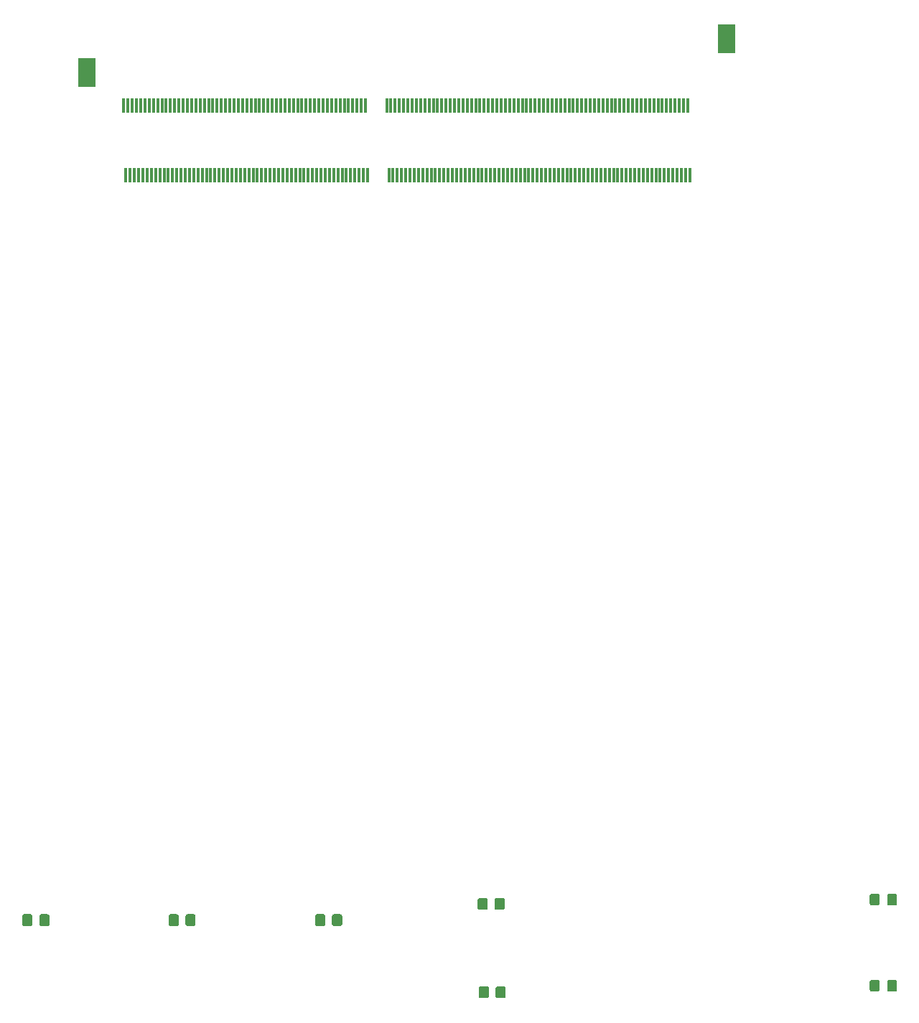
<source format=gbr>
%TF.GenerationSoftware,KiCad,Pcbnew,5.1.5+dfsg1-2build2*%
%TF.CreationDate,2020-11-09T16:20:19-06:00*%
%TF.ProjectId,TARS-MK1,54415253-2d4d-44b3-912e-6b696361645f,rev?*%
%TF.SameCoordinates,Original*%
%TF.FileFunction,Paste,Bot*%
%TF.FilePolarity,Positive*%
%FSLAX46Y46*%
G04 Gerber Fmt 4.6, Leading zero omitted, Abs format (unit mm)*
G04 Created by KiCad (PCBNEW 5.1.5+dfsg1-2build2) date 2020-11-09 16:20:19*
%MOMM*%
%LPD*%
G04 APERTURE LIST*
%ADD10C,0.100000*%
%ADD11R,2.000000X3.500000*%
%ADD12R,0.300000X1.750000*%
G04 APERTURE END LIST*
D10*
%TO.C,C6002*%
G36*
X309324505Y-268536204D02*
G01*
X309348773Y-268539804D01*
X309372572Y-268545765D01*
X309395671Y-268554030D01*
X309417850Y-268564520D01*
X309438893Y-268577132D01*
X309458599Y-268591747D01*
X309476777Y-268608223D01*
X309493253Y-268626401D01*
X309507868Y-268646107D01*
X309520480Y-268667150D01*
X309530970Y-268689329D01*
X309539235Y-268712428D01*
X309545196Y-268736227D01*
X309548796Y-268760495D01*
X309550000Y-268784999D01*
X309550000Y-269685001D01*
X309548796Y-269709505D01*
X309545196Y-269733773D01*
X309539235Y-269757572D01*
X309530970Y-269780671D01*
X309520480Y-269802850D01*
X309507868Y-269823893D01*
X309493253Y-269843599D01*
X309476777Y-269861777D01*
X309458599Y-269878253D01*
X309438893Y-269892868D01*
X309417850Y-269905480D01*
X309395671Y-269915970D01*
X309372572Y-269924235D01*
X309348773Y-269930196D01*
X309324505Y-269933796D01*
X309300001Y-269935000D01*
X308649999Y-269935000D01*
X308625495Y-269933796D01*
X308601227Y-269930196D01*
X308577428Y-269924235D01*
X308554329Y-269915970D01*
X308532150Y-269905480D01*
X308511107Y-269892868D01*
X308491401Y-269878253D01*
X308473223Y-269861777D01*
X308456747Y-269843599D01*
X308442132Y-269823893D01*
X308429520Y-269802850D01*
X308419030Y-269780671D01*
X308410765Y-269757572D01*
X308404804Y-269733773D01*
X308401204Y-269709505D01*
X308400000Y-269685001D01*
X308400000Y-268784999D01*
X308401204Y-268760495D01*
X308404804Y-268736227D01*
X308410765Y-268712428D01*
X308419030Y-268689329D01*
X308429520Y-268667150D01*
X308442132Y-268646107D01*
X308456747Y-268626401D01*
X308473223Y-268608223D01*
X308491401Y-268591747D01*
X308511107Y-268577132D01*
X308532150Y-268564520D01*
X308554329Y-268554030D01*
X308577428Y-268545765D01*
X308601227Y-268539804D01*
X308625495Y-268536204D01*
X308649999Y-268535000D01*
X309300001Y-268535000D01*
X309324505Y-268536204D01*
G37*
G36*
X307274505Y-268536204D02*
G01*
X307298773Y-268539804D01*
X307322572Y-268545765D01*
X307345671Y-268554030D01*
X307367850Y-268564520D01*
X307388893Y-268577132D01*
X307408599Y-268591747D01*
X307426777Y-268608223D01*
X307443253Y-268626401D01*
X307457868Y-268646107D01*
X307470480Y-268667150D01*
X307480970Y-268689329D01*
X307489235Y-268712428D01*
X307495196Y-268736227D01*
X307498796Y-268760495D01*
X307500000Y-268784999D01*
X307500000Y-269685001D01*
X307498796Y-269709505D01*
X307495196Y-269733773D01*
X307489235Y-269757572D01*
X307480970Y-269780671D01*
X307470480Y-269802850D01*
X307457868Y-269823893D01*
X307443253Y-269843599D01*
X307426777Y-269861777D01*
X307408599Y-269878253D01*
X307388893Y-269892868D01*
X307367850Y-269905480D01*
X307345671Y-269915970D01*
X307322572Y-269924235D01*
X307298773Y-269930196D01*
X307274505Y-269933796D01*
X307250001Y-269935000D01*
X306599999Y-269935000D01*
X306575495Y-269933796D01*
X306551227Y-269930196D01*
X306527428Y-269924235D01*
X306504329Y-269915970D01*
X306482150Y-269905480D01*
X306461107Y-269892868D01*
X306441401Y-269878253D01*
X306423223Y-269861777D01*
X306406747Y-269843599D01*
X306392132Y-269823893D01*
X306379520Y-269802850D01*
X306369030Y-269780671D01*
X306360765Y-269757572D01*
X306354804Y-269733773D01*
X306351204Y-269709505D01*
X306350000Y-269685001D01*
X306350000Y-268784999D01*
X306351204Y-268760495D01*
X306354804Y-268736227D01*
X306360765Y-268712428D01*
X306369030Y-268689329D01*
X306379520Y-268667150D01*
X306392132Y-268646107D01*
X306406747Y-268626401D01*
X306423223Y-268608223D01*
X306441401Y-268591747D01*
X306461107Y-268577132D01*
X306482150Y-268564520D01*
X306504329Y-268554030D01*
X306527428Y-268545765D01*
X306551227Y-268539804D01*
X306575495Y-268536204D01*
X306599999Y-268535000D01*
X307250001Y-268535000D01*
X307274505Y-268536204D01*
G37*
%TD*%
%TO.C,C6001*%
G36*
X307274505Y-258376204D02*
G01*
X307298773Y-258379804D01*
X307322572Y-258385765D01*
X307345671Y-258394030D01*
X307367850Y-258404520D01*
X307388893Y-258417132D01*
X307408599Y-258431747D01*
X307426777Y-258448223D01*
X307443253Y-258466401D01*
X307457868Y-258486107D01*
X307470480Y-258507150D01*
X307480970Y-258529329D01*
X307489235Y-258552428D01*
X307495196Y-258576227D01*
X307498796Y-258600495D01*
X307500000Y-258624999D01*
X307500000Y-259525001D01*
X307498796Y-259549505D01*
X307495196Y-259573773D01*
X307489235Y-259597572D01*
X307480970Y-259620671D01*
X307470480Y-259642850D01*
X307457868Y-259663893D01*
X307443253Y-259683599D01*
X307426777Y-259701777D01*
X307408599Y-259718253D01*
X307388893Y-259732868D01*
X307367850Y-259745480D01*
X307345671Y-259755970D01*
X307322572Y-259764235D01*
X307298773Y-259770196D01*
X307274505Y-259773796D01*
X307250001Y-259775000D01*
X306599999Y-259775000D01*
X306575495Y-259773796D01*
X306551227Y-259770196D01*
X306527428Y-259764235D01*
X306504329Y-259755970D01*
X306482150Y-259745480D01*
X306461107Y-259732868D01*
X306441401Y-259718253D01*
X306423223Y-259701777D01*
X306406747Y-259683599D01*
X306392132Y-259663893D01*
X306379520Y-259642850D01*
X306369030Y-259620671D01*
X306360765Y-259597572D01*
X306354804Y-259573773D01*
X306351204Y-259549505D01*
X306350000Y-259525001D01*
X306350000Y-258624999D01*
X306351204Y-258600495D01*
X306354804Y-258576227D01*
X306360765Y-258552428D01*
X306369030Y-258529329D01*
X306379520Y-258507150D01*
X306392132Y-258486107D01*
X306406747Y-258466401D01*
X306423223Y-258448223D01*
X306441401Y-258431747D01*
X306461107Y-258417132D01*
X306482150Y-258404520D01*
X306504329Y-258394030D01*
X306527428Y-258385765D01*
X306551227Y-258379804D01*
X306575495Y-258376204D01*
X306599999Y-258375000D01*
X307250001Y-258375000D01*
X307274505Y-258376204D01*
G37*
G36*
X309324505Y-258376204D02*
G01*
X309348773Y-258379804D01*
X309372572Y-258385765D01*
X309395671Y-258394030D01*
X309417850Y-258404520D01*
X309438893Y-258417132D01*
X309458599Y-258431747D01*
X309476777Y-258448223D01*
X309493253Y-258466401D01*
X309507868Y-258486107D01*
X309520480Y-258507150D01*
X309530970Y-258529329D01*
X309539235Y-258552428D01*
X309545196Y-258576227D01*
X309548796Y-258600495D01*
X309550000Y-258624999D01*
X309550000Y-259525001D01*
X309548796Y-259549505D01*
X309545196Y-259573773D01*
X309539235Y-259597572D01*
X309530970Y-259620671D01*
X309520480Y-259642850D01*
X309507868Y-259663893D01*
X309493253Y-259683599D01*
X309476777Y-259701777D01*
X309458599Y-259718253D01*
X309438893Y-259732868D01*
X309417850Y-259745480D01*
X309395671Y-259755970D01*
X309372572Y-259764235D01*
X309348773Y-259770196D01*
X309324505Y-259773796D01*
X309300001Y-259775000D01*
X308649999Y-259775000D01*
X308625495Y-259773796D01*
X308601227Y-259770196D01*
X308577428Y-259764235D01*
X308554329Y-259755970D01*
X308532150Y-259745480D01*
X308511107Y-259732868D01*
X308491401Y-259718253D01*
X308473223Y-259701777D01*
X308456747Y-259683599D01*
X308442132Y-259663893D01*
X308429520Y-259642850D01*
X308419030Y-259620671D01*
X308410765Y-259597572D01*
X308404804Y-259573773D01*
X308401204Y-259549505D01*
X308400000Y-259525001D01*
X308400000Y-258624999D01*
X308401204Y-258600495D01*
X308404804Y-258576227D01*
X308410765Y-258552428D01*
X308419030Y-258529329D01*
X308429520Y-258507150D01*
X308442132Y-258486107D01*
X308456747Y-258466401D01*
X308473223Y-258448223D01*
X308491401Y-258431747D01*
X308511107Y-258417132D01*
X308532150Y-258404520D01*
X308554329Y-258394030D01*
X308577428Y-258385765D01*
X308601227Y-258379804D01*
X308625495Y-258376204D01*
X308649999Y-258375000D01*
X309300001Y-258375000D01*
X309324505Y-258376204D01*
G37*
%TD*%
%TO.C,R3005*%
G36*
X209391505Y-260789204D02*
G01*
X209415773Y-260792804D01*
X209439572Y-260798765D01*
X209462671Y-260807030D01*
X209484850Y-260817520D01*
X209505893Y-260830132D01*
X209525599Y-260844747D01*
X209543777Y-260861223D01*
X209560253Y-260879401D01*
X209574868Y-260899107D01*
X209587480Y-260920150D01*
X209597970Y-260942329D01*
X209606235Y-260965428D01*
X209612196Y-260989227D01*
X209615796Y-261013495D01*
X209617000Y-261037999D01*
X209617000Y-261938001D01*
X209615796Y-261962505D01*
X209612196Y-261986773D01*
X209606235Y-262010572D01*
X209597970Y-262033671D01*
X209587480Y-262055850D01*
X209574868Y-262076893D01*
X209560253Y-262096599D01*
X209543777Y-262114777D01*
X209525599Y-262131253D01*
X209505893Y-262145868D01*
X209484850Y-262158480D01*
X209462671Y-262168970D01*
X209439572Y-262177235D01*
X209415773Y-262183196D01*
X209391505Y-262186796D01*
X209367001Y-262188000D01*
X208666999Y-262188000D01*
X208642495Y-262186796D01*
X208618227Y-262183196D01*
X208594428Y-262177235D01*
X208571329Y-262168970D01*
X208549150Y-262158480D01*
X208528107Y-262145868D01*
X208508401Y-262131253D01*
X208490223Y-262114777D01*
X208473747Y-262096599D01*
X208459132Y-262076893D01*
X208446520Y-262055850D01*
X208436030Y-262033671D01*
X208427765Y-262010572D01*
X208421804Y-261986773D01*
X208418204Y-261962505D01*
X208417000Y-261938001D01*
X208417000Y-261037999D01*
X208418204Y-261013495D01*
X208421804Y-260989227D01*
X208427765Y-260965428D01*
X208436030Y-260942329D01*
X208446520Y-260920150D01*
X208459132Y-260899107D01*
X208473747Y-260879401D01*
X208490223Y-260861223D01*
X208508401Y-260844747D01*
X208528107Y-260830132D01*
X208549150Y-260817520D01*
X208571329Y-260807030D01*
X208594428Y-260798765D01*
X208618227Y-260792804D01*
X208642495Y-260789204D01*
X208666999Y-260788000D01*
X209367001Y-260788000D01*
X209391505Y-260789204D01*
G37*
G36*
X207391505Y-260789204D02*
G01*
X207415773Y-260792804D01*
X207439572Y-260798765D01*
X207462671Y-260807030D01*
X207484850Y-260817520D01*
X207505893Y-260830132D01*
X207525599Y-260844747D01*
X207543777Y-260861223D01*
X207560253Y-260879401D01*
X207574868Y-260899107D01*
X207587480Y-260920150D01*
X207597970Y-260942329D01*
X207606235Y-260965428D01*
X207612196Y-260989227D01*
X207615796Y-261013495D01*
X207617000Y-261037999D01*
X207617000Y-261938001D01*
X207615796Y-261962505D01*
X207612196Y-261986773D01*
X207606235Y-262010572D01*
X207597970Y-262033671D01*
X207587480Y-262055850D01*
X207574868Y-262076893D01*
X207560253Y-262096599D01*
X207543777Y-262114777D01*
X207525599Y-262131253D01*
X207505893Y-262145868D01*
X207484850Y-262158480D01*
X207462671Y-262168970D01*
X207439572Y-262177235D01*
X207415773Y-262183196D01*
X207391505Y-262186796D01*
X207367001Y-262188000D01*
X206666999Y-262188000D01*
X206642495Y-262186796D01*
X206618227Y-262183196D01*
X206594428Y-262177235D01*
X206571329Y-262168970D01*
X206549150Y-262158480D01*
X206528107Y-262145868D01*
X206508401Y-262131253D01*
X206490223Y-262114777D01*
X206473747Y-262096599D01*
X206459132Y-262076893D01*
X206446520Y-262055850D01*
X206436030Y-262033671D01*
X206427765Y-262010572D01*
X206421804Y-261986773D01*
X206418204Y-261962505D01*
X206417000Y-261938001D01*
X206417000Y-261037999D01*
X206418204Y-261013495D01*
X206421804Y-260989227D01*
X206427765Y-260965428D01*
X206436030Y-260942329D01*
X206446520Y-260920150D01*
X206459132Y-260899107D01*
X206473747Y-260879401D01*
X206490223Y-260861223D01*
X206508401Y-260844747D01*
X206528107Y-260830132D01*
X206549150Y-260817520D01*
X206571329Y-260807030D01*
X206594428Y-260798765D01*
X206618227Y-260792804D01*
X206642495Y-260789204D01*
X206666999Y-260788000D01*
X207367001Y-260788000D01*
X207391505Y-260789204D01*
G37*
%TD*%
%TO.C,R3004*%
G36*
X226631505Y-260789204D02*
G01*
X226655773Y-260792804D01*
X226679572Y-260798765D01*
X226702671Y-260807030D01*
X226724850Y-260817520D01*
X226745893Y-260830132D01*
X226765599Y-260844747D01*
X226783777Y-260861223D01*
X226800253Y-260879401D01*
X226814868Y-260899107D01*
X226827480Y-260920150D01*
X226837970Y-260942329D01*
X226846235Y-260965428D01*
X226852196Y-260989227D01*
X226855796Y-261013495D01*
X226857000Y-261037999D01*
X226857000Y-261938001D01*
X226855796Y-261962505D01*
X226852196Y-261986773D01*
X226846235Y-262010572D01*
X226837970Y-262033671D01*
X226827480Y-262055850D01*
X226814868Y-262076893D01*
X226800253Y-262096599D01*
X226783777Y-262114777D01*
X226765599Y-262131253D01*
X226745893Y-262145868D01*
X226724850Y-262158480D01*
X226702671Y-262168970D01*
X226679572Y-262177235D01*
X226655773Y-262183196D01*
X226631505Y-262186796D01*
X226607001Y-262188000D01*
X225906999Y-262188000D01*
X225882495Y-262186796D01*
X225858227Y-262183196D01*
X225834428Y-262177235D01*
X225811329Y-262168970D01*
X225789150Y-262158480D01*
X225768107Y-262145868D01*
X225748401Y-262131253D01*
X225730223Y-262114777D01*
X225713747Y-262096599D01*
X225699132Y-262076893D01*
X225686520Y-262055850D01*
X225676030Y-262033671D01*
X225667765Y-262010572D01*
X225661804Y-261986773D01*
X225658204Y-261962505D01*
X225657000Y-261938001D01*
X225657000Y-261037999D01*
X225658204Y-261013495D01*
X225661804Y-260989227D01*
X225667765Y-260965428D01*
X225676030Y-260942329D01*
X225686520Y-260920150D01*
X225699132Y-260899107D01*
X225713747Y-260879401D01*
X225730223Y-260861223D01*
X225748401Y-260844747D01*
X225768107Y-260830132D01*
X225789150Y-260817520D01*
X225811329Y-260807030D01*
X225834428Y-260798765D01*
X225858227Y-260792804D01*
X225882495Y-260789204D01*
X225906999Y-260788000D01*
X226607001Y-260788000D01*
X226631505Y-260789204D01*
G37*
G36*
X224631505Y-260789204D02*
G01*
X224655773Y-260792804D01*
X224679572Y-260798765D01*
X224702671Y-260807030D01*
X224724850Y-260817520D01*
X224745893Y-260830132D01*
X224765599Y-260844747D01*
X224783777Y-260861223D01*
X224800253Y-260879401D01*
X224814868Y-260899107D01*
X224827480Y-260920150D01*
X224837970Y-260942329D01*
X224846235Y-260965428D01*
X224852196Y-260989227D01*
X224855796Y-261013495D01*
X224857000Y-261037999D01*
X224857000Y-261938001D01*
X224855796Y-261962505D01*
X224852196Y-261986773D01*
X224846235Y-262010572D01*
X224837970Y-262033671D01*
X224827480Y-262055850D01*
X224814868Y-262076893D01*
X224800253Y-262096599D01*
X224783777Y-262114777D01*
X224765599Y-262131253D01*
X224745893Y-262145868D01*
X224724850Y-262158480D01*
X224702671Y-262168970D01*
X224679572Y-262177235D01*
X224655773Y-262183196D01*
X224631505Y-262186796D01*
X224607001Y-262188000D01*
X223906999Y-262188000D01*
X223882495Y-262186796D01*
X223858227Y-262183196D01*
X223834428Y-262177235D01*
X223811329Y-262168970D01*
X223789150Y-262158480D01*
X223768107Y-262145868D01*
X223748401Y-262131253D01*
X223730223Y-262114777D01*
X223713747Y-262096599D01*
X223699132Y-262076893D01*
X223686520Y-262055850D01*
X223676030Y-262033671D01*
X223667765Y-262010572D01*
X223661804Y-261986773D01*
X223658204Y-261962505D01*
X223657000Y-261938001D01*
X223657000Y-261037999D01*
X223658204Y-261013495D01*
X223661804Y-260989227D01*
X223667765Y-260965428D01*
X223676030Y-260942329D01*
X223686520Y-260920150D01*
X223699132Y-260899107D01*
X223713747Y-260879401D01*
X223730223Y-260861223D01*
X223748401Y-260844747D01*
X223768107Y-260830132D01*
X223789150Y-260817520D01*
X223811329Y-260807030D01*
X223834428Y-260798765D01*
X223858227Y-260792804D01*
X223882495Y-260789204D01*
X223906999Y-260788000D01*
X224607001Y-260788000D01*
X224631505Y-260789204D01*
G37*
%TD*%
%TO.C,R3003*%
G36*
X243916505Y-260789204D02*
G01*
X243940773Y-260792804D01*
X243964572Y-260798765D01*
X243987671Y-260807030D01*
X244009850Y-260817520D01*
X244030893Y-260830132D01*
X244050599Y-260844747D01*
X244068777Y-260861223D01*
X244085253Y-260879401D01*
X244099868Y-260899107D01*
X244112480Y-260920150D01*
X244122970Y-260942329D01*
X244131235Y-260965428D01*
X244137196Y-260989227D01*
X244140796Y-261013495D01*
X244142000Y-261037999D01*
X244142000Y-261938001D01*
X244140796Y-261962505D01*
X244137196Y-261986773D01*
X244131235Y-262010572D01*
X244122970Y-262033671D01*
X244112480Y-262055850D01*
X244099868Y-262076893D01*
X244085253Y-262096599D01*
X244068777Y-262114777D01*
X244050599Y-262131253D01*
X244030893Y-262145868D01*
X244009850Y-262158480D01*
X243987671Y-262168970D01*
X243964572Y-262177235D01*
X243940773Y-262183196D01*
X243916505Y-262186796D01*
X243892001Y-262188000D01*
X243191999Y-262188000D01*
X243167495Y-262186796D01*
X243143227Y-262183196D01*
X243119428Y-262177235D01*
X243096329Y-262168970D01*
X243074150Y-262158480D01*
X243053107Y-262145868D01*
X243033401Y-262131253D01*
X243015223Y-262114777D01*
X242998747Y-262096599D01*
X242984132Y-262076893D01*
X242971520Y-262055850D01*
X242961030Y-262033671D01*
X242952765Y-262010572D01*
X242946804Y-261986773D01*
X242943204Y-261962505D01*
X242942000Y-261938001D01*
X242942000Y-261037999D01*
X242943204Y-261013495D01*
X242946804Y-260989227D01*
X242952765Y-260965428D01*
X242961030Y-260942329D01*
X242971520Y-260920150D01*
X242984132Y-260899107D01*
X242998747Y-260879401D01*
X243015223Y-260861223D01*
X243033401Y-260844747D01*
X243053107Y-260830132D01*
X243074150Y-260817520D01*
X243096329Y-260807030D01*
X243119428Y-260798765D01*
X243143227Y-260792804D01*
X243167495Y-260789204D01*
X243191999Y-260788000D01*
X243892001Y-260788000D01*
X243916505Y-260789204D01*
G37*
G36*
X241916505Y-260789204D02*
G01*
X241940773Y-260792804D01*
X241964572Y-260798765D01*
X241987671Y-260807030D01*
X242009850Y-260817520D01*
X242030893Y-260830132D01*
X242050599Y-260844747D01*
X242068777Y-260861223D01*
X242085253Y-260879401D01*
X242099868Y-260899107D01*
X242112480Y-260920150D01*
X242122970Y-260942329D01*
X242131235Y-260965428D01*
X242137196Y-260989227D01*
X242140796Y-261013495D01*
X242142000Y-261037999D01*
X242142000Y-261938001D01*
X242140796Y-261962505D01*
X242137196Y-261986773D01*
X242131235Y-262010572D01*
X242122970Y-262033671D01*
X242112480Y-262055850D01*
X242099868Y-262076893D01*
X242085253Y-262096599D01*
X242068777Y-262114777D01*
X242050599Y-262131253D01*
X242030893Y-262145868D01*
X242009850Y-262158480D01*
X241987671Y-262168970D01*
X241964572Y-262177235D01*
X241940773Y-262183196D01*
X241916505Y-262186796D01*
X241892001Y-262188000D01*
X241191999Y-262188000D01*
X241167495Y-262186796D01*
X241143227Y-262183196D01*
X241119428Y-262177235D01*
X241096329Y-262168970D01*
X241074150Y-262158480D01*
X241053107Y-262145868D01*
X241033401Y-262131253D01*
X241015223Y-262114777D01*
X240998747Y-262096599D01*
X240984132Y-262076893D01*
X240971520Y-262055850D01*
X240961030Y-262033671D01*
X240952765Y-262010572D01*
X240946804Y-261986773D01*
X240943204Y-261962505D01*
X240942000Y-261938001D01*
X240942000Y-261037999D01*
X240943204Y-261013495D01*
X240946804Y-260989227D01*
X240952765Y-260965428D01*
X240961030Y-260942329D01*
X240971520Y-260920150D01*
X240984132Y-260899107D01*
X240998747Y-260879401D01*
X241015223Y-260861223D01*
X241033401Y-260844747D01*
X241053107Y-260830132D01*
X241074150Y-260817520D01*
X241096329Y-260807030D01*
X241119428Y-260798765D01*
X241143227Y-260792804D01*
X241167495Y-260789204D01*
X241191999Y-260788000D01*
X241892001Y-260788000D01*
X241916505Y-260789204D01*
G37*
%TD*%
%TO.C,R3002*%
G36*
X263080505Y-258884204D02*
G01*
X263104773Y-258887804D01*
X263128572Y-258893765D01*
X263151671Y-258902030D01*
X263173850Y-258912520D01*
X263194893Y-258925132D01*
X263214599Y-258939747D01*
X263232777Y-258956223D01*
X263249253Y-258974401D01*
X263263868Y-258994107D01*
X263276480Y-259015150D01*
X263286970Y-259037329D01*
X263295235Y-259060428D01*
X263301196Y-259084227D01*
X263304796Y-259108495D01*
X263306000Y-259132999D01*
X263306000Y-260033001D01*
X263304796Y-260057505D01*
X263301196Y-260081773D01*
X263295235Y-260105572D01*
X263286970Y-260128671D01*
X263276480Y-260150850D01*
X263263868Y-260171893D01*
X263249253Y-260191599D01*
X263232777Y-260209777D01*
X263214599Y-260226253D01*
X263194893Y-260240868D01*
X263173850Y-260253480D01*
X263151671Y-260263970D01*
X263128572Y-260272235D01*
X263104773Y-260278196D01*
X263080505Y-260281796D01*
X263056001Y-260283000D01*
X262355999Y-260283000D01*
X262331495Y-260281796D01*
X262307227Y-260278196D01*
X262283428Y-260272235D01*
X262260329Y-260263970D01*
X262238150Y-260253480D01*
X262217107Y-260240868D01*
X262197401Y-260226253D01*
X262179223Y-260209777D01*
X262162747Y-260191599D01*
X262148132Y-260171893D01*
X262135520Y-260150850D01*
X262125030Y-260128671D01*
X262116765Y-260105572D01*
X262110804Y-260081773D01*
X262107204Y-260057505D01*
X262106000Y-260033001D01*
X262106000Y-259132999D01*
X262107204Y-259108495D01*
X262110804Y-259084227D01*
X262116765Y-259060428D01*
X262125030Y-259037329D01*
X262135520Y-259015150D01*
X262148132Y-258994107D01*
X262162747Y-258974401D01*
X262179223Y-258956223D01*
X262197401Y-258939747D01*
X262217107Y-258925132D01*
X262238150Y-258912520D01*
X262260329Y-258902030D01*
X262283428Y-258893765D01*
X262307227Y-258887804D01*
X262331495Y-258884204D01*
X262355999Y-258883000D01*
X263056001Y-258883000D01*
X263080505Y-258884204D01*
G37*
G36*
X261080505Y-258884204D02*
G01*
X261104773Y-258887804D01*
X261128572Y-258893765D01*
X261151671Y-258902030D01*
X261173850Y-258912520D01*
X261194893Y-258925132D01*
X261214599Y-258939747D01*
X261232777Y-258956223D01*
X261249253Y-258974401D01*
X261263868Y-258994107D01*
X261276480Y-259015150D01*
X261286970Y-259037329D01*
X261295235Y-259060428D01*
X261301196Y-259084227D01*
X261304796Y-259108495D01*
X261306000Y-259132999D01*
X261306000Y-260033001D01*
X261304796Y-260057505D01*
X261301196Y-260081773D01*
X261295235Y-260105572D01*
X261286970Y-260128671D01*
X261276480Y-260150850D01*
X261263868Y-260171893D01*
X261249253Y-260191599D01*
X261232777Y-260209777D01*
X261214599Y-260226253D01*
X261194893Y-260240868D01*
X261173850Y-260253480D01*
X261151671Y-260263970D01*
X261128572Y-260272235D01*
X261104773Y-260278196D01*
X261080505Y-260281796D01*
X261056001Y-260283000D01*
X260355999Y-260283000D01*
X260331495Y-260281796D01*
X260307227Y-260278196D01*
X260283428Y-260272235D01*
X260260329Y-260263970D01*
X260238150Y-260253480D01*
X260217107Y-260240868D01*
X260197401Y-260226253D01*
X260179223Y-260209777D01*
X260162747Y-260191599D01*
X260148132Y-260171893D01*
X260135520Y-260150850D01*
X260125030Y-260128671D01*
X260116765Y-260105572D01*
X260110804Y-260081773D01*
X260107204Y-260057505D01*
X260106000Y-260033001D01*
X260106000Y-259132999D01*
X260107204Y-259108495D01*
X260110804Y-259084227D01*
X260116765Y-259060428D01*
X260125030Y-259037329D01*
X260135520Y-259015150D01*
X260148132Y-258994107D01*
X260162747Y-258974401D01*
X260179223Y-258956223D01*
X260197401Y-258939747D01*
X260217107Y-258925132D01*
X260238150Y-258912520D01*
X260260329Y-258902030D01*
X260283428Y-258893765D01*
X260307227Y-258887804D01*
X260331495Y-258884204D01*
X260355999Y-258883000D01*
X261056001Y-258883000D01*
X261080505Y-258884204D01*
G37*
%TD*%
%TO.C,R3001*%
G36*
X263207505Y-269298204D02*
G01*
X263231773Y-269301804D01*
X263255572Y-269307765D01*
X263278671Y-269316030D01*
X263300850Y-269326520D01*
X263321893Y-269339132D01*
X263341599Y-269353747D01*
X263359777Y-269370223D01*
X263376253Y-269388401D01*
X263390868Y-269408107D01*
X263403480Y-269429150D01*
X263413970Y-269451329D01*
X263422235Y-269474428D01*
X263428196Y-269498227D01*
X263431796Y-269522495D01*
X263433000Y-269546999D01*
X263433000Y-270447001D01*
X263431796Y-270471505D01*
X263428196Y-270495773D01*
X263422235Y-270519572D01*
X263413970Y-270542671D01*
X263403480Y-270564850D01*
X263390868Y-270585893D01*
X263376253Y-270605599D01*
X263359777Y-270623777D01*
X263341599Y-270640253D01*
X263321893Y-270654868D01*
X263300850Y-270667480D01*
X263278671Y-270677970D01*
X263255572Y-270686235D01*
X263231773Y-270692196D01*
X263207505Y-270695796D01*
X263183001Y-270697000D01*
X262482999Y-270697000D01*
X262458495Y-270695796D01*
X262434227Y-270692196D01*
X262410428Y-270686235D01*
X262387329Y-270677970D01*
X262365150Y-270667480D01*
X262344107Y-270654868D01*
X262324401Y-270640253D01*
X262306223Y-270623777D01*
X262289747Y-270605599D01*
X262275132Y-270585893D01*
X262262520Y-270564850D01*
X262252030Y-270542671D01*
X262243765Y-270519572D01*
X262237804Y-270495773D01*
X262234204Y-270471505D01*
X262233000Y-270447001D01*
X262233000Y-269546999D01*
X262234204Y-269522495D01*
X262237804Y-269498227D01*
X262243765Y-269474428D01*
X262252030Y-269451329D01*
X262262520Y-269429150D01*
X262275132Y-269408107D01*
X262289747Y-269388401D01*
X262306223Y-269370223D01*
X262324401Y-269353747D01*
X262344107Y-269339132D01*
X262365150Y-269326520D01*
X262387329Y-269316030D01*
X262410428Y-269307765D01*
X262434227Y-269301804D01*
X262458495Y-269298204D01*
X262482999Y-269297000D01*
X263183001Y-269297000D01*
X263207505Y-269298204D01*
G37*
G36*
X261207505Y-269298204D02*
G01*
X261231773Y-269301804D01*
X261255572Y-269307765D01*
X261278671Y-269316030D01*
X261300850Y-269326520D01*
X261321893Y-269339132D01*
X261341599Y-269353747D01*
X261359777Y-269370223D01*
X261376253Y-269388401D01*
X261390868Y-269408107D01*
X261403480Y-269429150D01*
X261413970Y-269451329D01*
X261422235Y-269474428D01*
X261428196Y-269498227D01*
X261431796Y-269522495D01*
X261433000Y-269546999D01*
X261433000Y-270447001D01*
X261431796Y-270471505D01*
X261428196Y-270495773D01*
X261422235Y-270519572D01*
X261413970Y-270542671D01*
X261403480Y-270564850D01*
X261390868Y-270585893D01*
X261376253Y-270605599D01*
X261359777Y-270623777D01*
X261341599Y-270640253D01*
X261321893Y-270654868D01*
X261300850Y-270667480D01*
X261278671Y-270677970D01*
X261255572Y-270686235D01*
X261231773Y-270692196D01*
X261207505Y-270695796D01*
X261183001Y-270697000D01*
X260482999Y-270697000D01*
X260458495Y-270695796D01*
X260434227Y-270692196D01*
X260410428Y-270686235D01*
X260387329Y-270677970D01*
X260365150Y-270667480D01*
X260344107Y-270654868D01*
X260324401Y-270640253D01*
X260306223Y-270623777D01*
X260289747Y-270605599D01*
X260275132Y-270585893D01*
X260262520Y-270564850D01*
X260252030Y-270542671D01*
X260243765Y-270519572D01*
X260237804Y-270495773D01*
X260234204Y-270471505D01*
X260233000Y-270447001D01*
X260233000Y-269546999D01*
X260234204Y-269522495D01*
X260237804Y-269498227D01*
X260243765Y-269474428D01*
X260252030Y-269451329D01*
X260262520Y-269429150D01*
X260275132Y-269408107D01*
X260289747Y-269388401D01*
X260306223Y-269370223D01*
X260324401Y-269353747D01*
X260344107Y-269339132D01*
X260365150Y-269326520D01*
X260387329Y-269316030D01*
X260410428Y-269307765D01*
X260434227Y-269301804D01*
X260458495Y-269298204D01*
X260482999Y-269297000D01*
X261183001Y-269297000D01*
X261207505Y-269298204D01*
G37*
%TD*%
D11*
%TO.C,J11001*%
X289510000Y-157540000D03*
X214010000Y-161540000D03*
D12*
X218385000Y-165440000D03*
X218635000Y-173640000D03*
X218885000Y-165440000D03*
X219135000Y-173640000D03*
X219385000Y-165440000D03*
X219635000Y-173640000D03*
X219885000Y-165440000D03*
X220135000Y-173640000D03*
X220385000Y-165440000D03*
X220635000Y-173640000D03*
X220885000Y-165440000D03*
X221135000Y-173640000D03*
X221385000Y-165440000D03*
X221635000Y-173640000D03*
X221885000Y-165440000D03*
X222135000Y-173640000D03*
X222385000Y-165440000D03*
X222635000Y-173640000D03*
X222885000Y-165440000D03*
X223135000Y-173640000D03*
X223385000Y-165440000D03*
X223635000Y-173640000D03*
X223885000Y-165440000D03*
X224135000Y-173640000D03*
X224385000Y-165440000D03*
X224635000Y-173640000D03*
X224885000Y-165440000D03*
X225135000Y-173640000D03*
X225385000Y-165440000D03*
X225635000Y-173640000D03*
X225885000Y-165440000D03*
X226135000Y-173640000D03*
X226385000Y-165440000D03*
X226635000Y-173640000D03*
X226885000Y-165440000D03*
X227135000Y-173640000D03*
X227385000Y-165440000D03*
X227635000Y-173640000D03*
X227885000Y-165440000D03*
X228135000Y-173640000D03*
X228385000Y-165440000D03*
X228635000Y-173640000D03*
X228885000Y-165440000D03*
X229135000Y-173640000D03*
X229385000Y-165440000D03*
X229635000Y-173640000D03*
X229885000Y-165440000D03*
X230135000Y-173640000D03*
X230385000Y-165440000D03*
X230635000Y-173640000D03*
X230885000Y-165440000D03*
X231135000Y-173640000D03*
X231385000Y-165440000D03*
X231635000Y-173640000D03*
X231885000Y-165440000D03*
X232135000Y-173640000D03*
X232385000Y-165440000D03*
X232635000Y-173640000D03*
X232885000Y-165440000D03*
X233135000Y-173640000D03*
X233385000Y-165440000D03*
X233635000Y-173640000D03*
X233885000Y-165440000D03*
X234135000Y-173640000D03*
X234385000Y-165440000D03*
X234635000Y-173640000D03*
X234885000Y-165440000D03*
X235135000Y-173640000D03*
X235385000Y-165440000D03*
X235635000Y-173640000D03*
X235885000Y-165440000D03*
X236135000Y-173640000D03*
X236385000Y-165440000D03*
X236635000Y-173640000D03*
X236885000Y-165440000D03*
X237135000Y-173640000D03*
X237385000Y-165440000D03*
X237635000Y-173640000D03*
X237885000Y-165440000D03*
X238135000Y-173640000D03*
X238385000Y-165440000D03*
X238635000Y-173640000D03*
X238885000Y-165440000D03*
X239135000Y-173640000D03*
X239385000Y-165440000D03*
X239635000Y-173640000D03*
X239885000Y-165440000D03*
X240135000Y-173640000D03*
X240385000Y-165440000D03*
X240635000Y-173640000D03*
X240885000Y-165440000D03*
X241135000Y-173640000D03*
X241385000Y-165440000D03*
X241635000Y-173640000D03*
X241885000Y-165440000D03*
X242135000Y-173640000D03*
X242385000Y-165440000D03*
X242635000Y-173640000D03*
X242885000Y-165440000D03*
X243135000Y-173640000D03*
X243385000Y-165440000D03*
X243635000Y-173640000D03*
X243885000Y-165440000D03*
X244135000Y-173640000D03*
X244385000Y-165440000D03*
X244635000Y-173640000D03*
X244885000Y-165440000D03*
X245135000Y-173640000D03*
X245385000Y-165440000D03*
X245635000Y-173640000D03*
X245885000Y-165440000D03*
X246135000Y-173640000D03*
X246385000Y-165440000D03*
X246635000Y-173640000D03*
X246885000Y-165440000D03*
X247135000Y-173640000D03*
X249385000Y-165440000D03*
X249635000Y-173640000D03*
X249885000Y-165440000D03*
X250135000Y-173640000D03*
X250385000Y-165440000D03*
X250635000Y-173640000D03*
X250885000Y-165440000D03*
X251135000Y-173640000D03*
X251385000Y-165440000D03*
X251635000Y-173640000D03*
X251885000Y-165440000D03*
X252135000Y-173640000D03*
X252385000Y-165440000D03*
X252635000Y-173640000D03*
X252885000Y-165440000D03*
X253135000Y-173640000D03*
X253385000Y-165440000D03*
X253635000Y-173640000D03*
X253885000Y-165440000D03*
X254135000Y-173640000D03*
X254385000Y-165440000D03*
X254635000Y-173640000D03*
X254885000Y-165440000D03*
X255135000Y-173640000D03*
X255385000Y-165440000D03*
X255635000Y-173640000D03*
X255885000Y-165440000D03*
X256135000Y-173640000D03*
X256385000Y-165440000D03*
X256635000Y-173640000D03*
X256885000Y-165440000D03*
X257135000Y-173640000D03*
X257385000Y-165440000D03*
X257635000Y-173640000D03*
X257885000Y-165440000D03*
X258135000Y-173640000D03*
X258385000Y-165440000D03*
X258635000Y-173640000D03*
X258885000Y-165440000D03*
X259135000Y-173640000D03*
X259385000Y-165440000D03*
X259635000Y-173640000D03*
X259885000Y-165440000D03*
X260135000Y-173640000D03*
X260385000Y-165440000D03*
X260635000Y-173640000D03*
X260885000Y-165440000D03*
X261135000Y-173640000D03*
X261385000Y-165440000D03*
X261635000Y-173640000D03*
X261885000Y-165440000D03*
X262135000Y-173640000D03*
X262385000Y-165440000D03*
X262635000Y-173640000D03*
X262885000Y-165440000D03*
X263135000Y-173640000D03*
X263385000Y-165440000D03*
X263635000Y-173640000D03*
X263885000Y-165440000D03*
X264135000Y-173640000D03*
X264385000Y-165440000D03*
X264635000Y-173640000D03*
X264885000Y-165440000D03*
X265135000Y-173640000D03*
X265385000Y-165440000D03*
X265635000Y-173640000D03*
X265885000Y-165440000D03*
X266135000Y-173640000D03*
X266385000Y-165440000D03*
X266635000Y-173640000D03*
X266885000Y-165440000D03*
X267135000Y-173640000D03*
X267385000Y-165440000D03*
X267635000Y-173640000D03*
X267885000Y-165440000D03*
X268135000Y-173640000D03*
X268385000Y-165440000D03*
X268635000Y-173640000D03*
X268885000Y-165440000D03*
X269135000Y-173640000D03*
X269385000Y-165440000D03*
X269635000Y-173640000D03*
X269885000Y-165440000D03*
X270135000Y-173640000D03*
X270385000Y-165440000D03*
X270635000Y-173640000D03*
X270885000Y-165440000D03*
X271135000Y-173640000D03*
X271385000Y-165440000D03*
X271635000Y-173640000D03*
X271885000Y-165440000D03*
X272135000Y-173640000D03*
X272385000Y-165440000D03*
X272635000Y-173640000D03*
X272885000Y-165440000D03*
X273135000Y-173640000D03*
X273385000Y-165440000D03*
X273635000Y-173640000D03*
X273885000Y-165440000D03*
X274135000Y-173640000D03*
X274385000Y-165440000D03*
X274635000Y-173640000D03*
X274885000Y-165440000D03*
X275135000Y-173640000D03*
X275385000Y-165440000D03*
X275635000Y-173640000D03*
X275885000Y-165440000D03*
X276135000Y-173640000D03*
X276385000Y-165440000D03*
X276635000Y-173640000D03*
X276885000Y-165440000D03*
X277135000Y-173640000D03*
X277385000Y-165440000D03*
X277635000Y-173640000D03*
X277885000Y-165440000D03*
X278135000Y-173640000D03*
X278385000Y-165440000D03*
X278635000Y-173640000D03*
X278885000Y-165440000D03*
X279135000Y-173640000D03*
X279385000Y-165440000D03*
X279635000Y-173640000D03*
X279885000Y-165440000D03*
X280135000Y-173640000D03*
X280385000Y-165440000D03*
X280635000Y-173640000D03*
X280885000Y-165440000D03*
X281135000Y-173640000D03*
X281385000Y-165440000D03*
X281635000Y-173640000D03*
X281885000Y-165440000D03*
X282135000Y-173640000D03*
X282385000Y-165440000D03*
X282635000Y-173640000D03*
X282885000Y-165440000D03*
X283135000Y-173640000D03*
X283385000Y-165440000D03*
X283635000Y-173640000D03*
X283885000Y-165440000D03*
X284135000Y-173640000D03*
X284385000Y-165440000D03*
X284635000Y-173640000D03*
X284885000Y-165440000D03*
X285135000Y-173640000D03*
%TD*%
M02*

</source>
